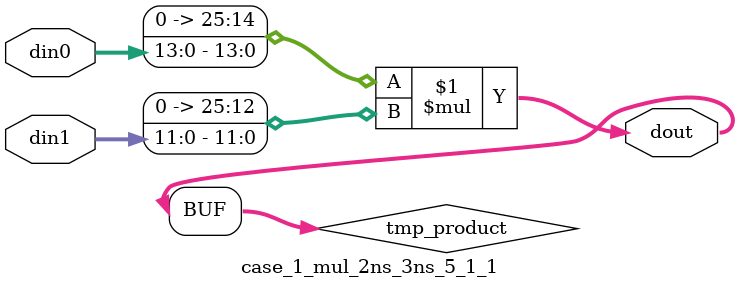
<source format=v>

`timescale 1 ns / 1 ps

 (* use_dsp = "no" *)  module case_1_mul_2ns_3ns_5_1_1(din0, din1, dout);
parameter ID = 1;
parameter NUM_STAGE = 0;
parameter din0_WIDTH = 14;
parameter din1_WIDTH = 12;
parameter dout_WIDTH = 26;

input [din0_WIDTH - 1 : 0] din0; 
input [din1_WIDTH - 1 : 0] din1; 
output [dout_WIDTH - 1 : 0] dout;

wire signed [dout_WIDTH - 1 : 0] tmp_product;
























assign tmp_product = $signed({1'b0, din0}) * $signed({1'b0, din1});











assign dout = tmp_product;





















endmodule

</source>
